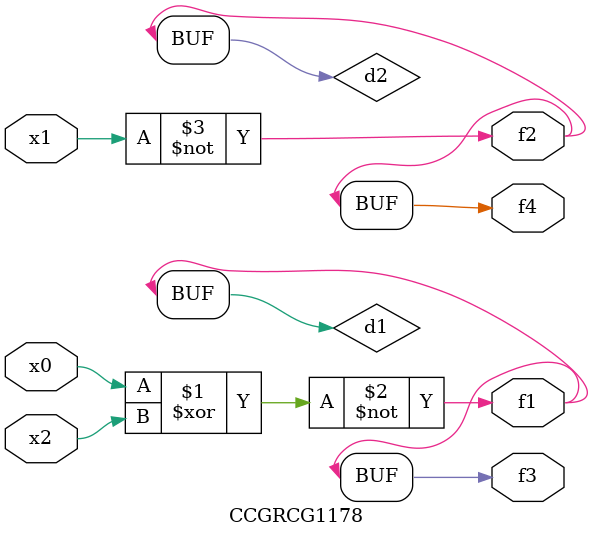
<source format=v>
module CCGRCG1178(
	input x0, x1, x2,
	output f1, f2, f3, f4
);

	wire d1, d2, d3;

	xnor (d1, x0, x2);
	nand (d2, x1);
	nor (d3, x1, x2);
	assign f1 = d1;
	assign f2 = d2;
	assign f3 = d1;
	assign f4 = d2;
endmodule

</source>
